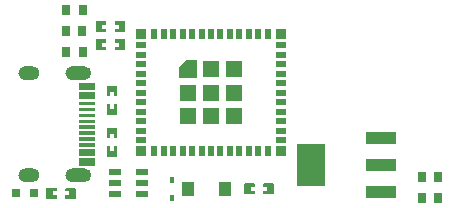
<source format=gtp>
G04 Layer: TopPasteMaskLayer*
G04 EasyEDA Pro v2.2.32.3, 2024-10-30 17:40:40*
G04 Gerber Generator version 0.3*
G04 Scale: 100 percent, Rotated: No, Reflected: No*
G04 Dimensions in millimeters*
G04 Leading zeros omitted, absolute positions, 3 integers and 5 decimals*
%FSLAX35Y35*%
%MOMM*%
%AMPolygonMacro1*4,1,5,-0.12499,0.72499,0.72499,0.72499,0.72499,-0.72499,-0.72499,-0.72499,-0.72499,0.12499,-0.12499,0.72499,0*%
%ADD10R,0.8X0.9*%
%ADD11R,1.07201X0.532*%
%ADD12R,1.0X1.2*%
%ADD13R,0.4X0.6*%
%ADD14R,0.4X0.6*%
%ADD15R,0.8X0.8*%
%ADD16R,0.55001X0.85001*%
%ADD17R,0.85001X0.55001*%
%ADD18R,1.45001X1.45001*%
%ADD19R,0.9X0.9*%
%ADD20R,0.85001X0.55001*%
%ADD21PolygonMacro1*%
%ADD22R,2.49999X1.1*%
%ADD23R,2.34X3.59999*%
G75*


G04 PolygonModel Start*
G36*
G01X-793201Y439298D02*
G01X-793201Y519298D01*
G01X-798203Y524299D01*
G01X-820999Y524299D01*
G01X-820999Y487299D01*
G01X-853999Y487299D01*
G01X-853999Y524299D01*
G01X-878202Y524299D01*
G01X-883201Y519298D01*
G01X-883201Y439298D01*
G01X-878202Y434299D01*
G01X-798203Y434299D01*
G01X-793201Y439298D01*
G37*
G36*
G01X-883199Y678302D02*
G01X-883199Y598302D01*
G01X-878197Y593301D01*
G01X-855401Y593301D01*
G01X-855401Y630301D01*
G01X-822401Y630301D01*
G01X-822401Y593301D01*
G01X-798198Y593301D01*
G01X-793199Y598302D01*
G01X-793199Y678302D01*
G01X-798198Y683301D01*
G01X-878197Y683301D01*
G01X-883199Y678302D01*
G37*
G36*
G01X-883199Y1033902D02*
G01X-883199Y953902D01*
G01X-878197Y948901D01*
G01X-855401Y948901D01*
G01X-855401Y985901D01*
G01X-822401Y985901D01*
G01X-822401Y948901D01*
G01X-798198Y948901D01*
G01X-793199Y953902D01*
G01X-793199Y1033902D01*
G01X-798198Y1038901D01*
G01X-878197Y1038901D01*
G01X-883199Y1033902D01*
G37*
G36*
G01X-793201Y794898D02*
G01X-793201Y874898D01*
G01X-798203Y879899D01*
G01X-820999Y879899D01*
G01X-820999Y842899D01*
G01X-853999Y842899D01*
G01X-853999Y879899D01*
G01X-878202Y879899D01*
G01X-883201Y874898D01*
G01X-883201Y794898D01*
G01X-878202Y789899D01*
G01X-798203Y789899D01*
G01X-793201Y794898D01*
G37*
G36*
G01X525902Y210099D02*
G01X445902Y210099D01*
G01X440901Y205097D01*
G01X440901Y182301D01*
G01X477901Y182301D01*
G01X477901Y149301D01*
G01X440901Y149301D01*
G01X440901Y125098D01*
G01X445902Y120099D01*
G01X525902Y120099D01*
G01X530901Y125098D01*
G01X530901Y205097D01*
G01X525902Y210099D01*
G37*
G36*
G01X286898Y120101D02*
G01X366898Y120101D01*
G01X371899Y125103D01*
G01X371899Y147899D01*
G01X334899Y147899D01*
G01X334899Y180899D01*
G01X371899Y180899D01*
G01X371899Y205102D01*
G01X366898Y210101D01*
G01X286898Y210101D01*
G01X281899Y205102D01*
G01X281899Y125103D01*
G01X286898Y120101D01*
G37*
G36*
G01X-1150498Y171999D02*
G01X-1230498Y171999D01*
G01X-1235499Y166997D01*
G01X-1235499Y144201D01*
G01X-1198499Y144201D01*
G01X-1198499Y111201D01*
G01X-1235499Y111201D01*
G01X-1235499Y86998D01*
G01X-1230498Y81999D01*
G01X-1150498Y81999D01*
G01X-1145499Y86998D01*
G01X-1145499Y166997D01*
G01X-1150498Y171999D01*
G37*
G36*
G01X-1389502Y82001D02*
G01X-1309502Y82001D01*
G01X-1304501Y87003D01*
G01X-1304501Y109799D01*
G01X-1341501Y109799D01*
G01X-1341501Y142799D01*
G01X-1304501Y142799D01*
G01X-1304501Y167002D01*
G01X-1309502Y172001D01*
G01X-1389502Y172001D01*
G01X-1394501Y167002D01*
G01X-1394501Y87003D01*
G01X-1389502Y82001D01*
G37*
G36*
G01X-731398Y1581699D02*
G01X-811398Y1581699D01*
G01X-816399Y1576697D01*
G01X-816399Y1553901D01*
G01X-779399Y1553901D01*
G01X-779399Y1520901D01*
G01X-816399Y1520901D01*
G01X-816399Y1496698D01*
G01X-811398Y1491699D01*
G01X-731398Y1491699D01*
G01X-726399Y1496698D01*
G01X-726399Y1576697D01*
G01X-731398Y1581699D01*
G37*
G36*
G01X-970402Y1491701D02*
G01X-890402Y1491701D01*
G01X-885401Y1496703D01*
G01X-885401Y1519499D01*
G01X-922401Y1519499D01*
G01X-922401Y1552499D01*
G01X-885401Y1552499D01*
G01X-885401Y1576702D01*
G01X-890402Y1581701D01*
G01X-970402Y1581701D01*
G01X-975401Y1576702D01*
G01X-975401Y1496703D01*
G01X-970402Y1491701D01*
G37*
G36*
G01X-970402Y1339301D02*
G01X-890402Y1339301D01*
G01X-885401Y1344303D01*
G01X-885401Y1367099D01*
G01X-922401Y1367099D01*
G01X-922401Y1400099D01*
G01X-885401Y1400099D01*
G01X-885401Y1424302D01*
G01X-890402Y1429301D01*
G01X-970402Y1429301D01*
G01X-975401Y1424302D01*
G01X-975401Y1344303D01*
G01X-970402Y1339301D01*
G37*
G36*
G01X-731398Y1429299D02*
G01X-811398Y1429299D01*
G01X-816399Y1424297D01*
G01X-816399Y1401501D01*
G01X-779399Y1401501D01*
G01X-779399Y1368501D01*
G01X-816399Y1368501D01*
G01X-816399Y1344298D01*
G01X-811398Y1339299D01*
G01X-731398Y1339299D01*
G01X-726399Y1344298D01*
G01X-726399Y1424297D01*
G01X-731398Y1429299D01*
G37*
G36*
G01X-1511544Y339181D02*
G02X-1511544Y219177I0J-60002D01*
G01X-1571536Y219177D01*
G02X-1571536Y339181I0J60002D01*
G01X-1511544Y339181D01*
G37*
G36*
G01X-1511544Y1203185D02*
G02X-1511544Y1083188I-390J-59999D01*
G01X-1571536Y1083188D01*
G02X-1571536Y1203185I390J59999D01*
G01X-1511544Y1203185D01*
G37*
G36*
G01X-1073531Y339181D02*
G02X-1073531Y219177I0J-60002D01*
G01X-1173531Y219177D01*
G02X-1173531Y339181I0J60002D01*
G01X-1073531Y339181D01*
G37*
G36*
G01X-1073531Y1203185D02*
G02X-1073531Y1083188I-390J-59999D01*
G01X-1173531Y1083188D01*
G02X-1173531Y1203185I390J59999D01*
G01X-1073531Y1203185D01*
G37*
G36*
G01X-984275Y551190D02*
G01X-984275Y521188D01*
G01X-1114283Y521188D01*
G01X-1114283Y551190D01*
G01X-984275Y551190D01*
G37*
G36*
G01X-984275Y601198D02*
G01X-984275Y571195D01*
G01X-1114283Y571195D01*
G01X-1114283Y601198D01*
G01X-984275Y601198D01*
G37*
G36*
G01X-984275Y651193D02*
G01X-984275Y621190D01*
G01X-1114283Y621190D01*
G01X-1114283Y651193D01*
G01X-984275Y651193D01*
G37*
G36*
G01X-984275Y701205D02*
G01X-984275Y671203D01*
G01X-1114283Y671203D01*
G01X-1114283Y701205D01*
G01X-984275Y701205D01*
G37*
G36*
G01X-984275Y751187D02*
G01X-984275Y721190D01*
G01X-1114283Y721190D01*
G01X-1114283Y751187D01*
G01X-984275Y751187D01*
G37*
G36*
G01X-984275Y801200D02*
G01X-984275Y771197D01*
G01X-1114283Y771197D01*
G01X-1114283Y801200D01*
G01X-984275Y801200D01*
G37*
G36*
G01X-984275Y851190D02*
G01X-984275Y821192D01*
G01X-1114283Y821192D01*
G01X-1114283Y851190D01*
G01X-984275Y851190D01*
G37*
G36*
G01X-984275Y901200D02*
G01X-984275Y871205D01*
G01X-1114283Y871205D01*
G01X-1114283Y901200D01*
G01X-984275Y901200D01*
G37*
G36*
G01X-984275Y501190D02*
G01X-984275Y441190D01*
G01X-1114283Y441190D01*
G01X-1114283Y501190D01*
G01X-984275Y501190D01*
G37*
G36*
G01X-984275Y421211D02*
G01X-984275Y361206D01*
G01X-1114283Y361206D01*
G01X-1114283Y421211D01*
G01X-984275Y421211D01*
G37*
G36*
G01X-984275Y981205D02*
G01X-984275Y921205D01*
G01X-1114283Y921205D01*
G01X-1114283Y981205D01*
G01X-984275Y981205D01*
G37*
G36*
G01X-984275Y1061179D02*
G01X-984275Y1001184D01*
G01X-1114283Y1001184D01*
G01X-1114283Y1061179D01*
G01X-984275Y1061179D01*
G37*

G04 Pad Start*
G54D10*
G01X-1089182Y1501959D03*
G01X-1229187Y1501959D03*
G01X-1085698Y1676400D03*
G01X-1225702Y1676400D03*
G01X-1085698Y1320800D03*
G01X-1225702Y1320800D03*
G01X1924202Y88900D03*
G01X1784198Y88900D03*
G01X1924202Y266700D03*
G01X1784198Y266700D03*
G54D11*
G01X-583590Y120904D03*
G01X-583590Y215900D03*
G01X-583590Y310896D03*
G01X-813410Y310896D03*
G01X-813410Y215900D03*
G01X-813410Y120904D03*
G54D12*
G01X-193091Y165100D03*
G01X116891Y165100D03*
G54D13*
G01X-330200Y90107D03*
G54D14*
G01X-330200Y240094D03*
G54D15*
G01X-1654746Y126662D03*
G01X-1494853Y127348D03*
G54D16*
G01X-319976Y1472900D03*
G01X-239966Y1472900D03*
G01X-159982Y1472900D03*
G01X-79972Y1472900D03*
G01X38Y1472900D03*
G01X80023Y1472900D03*
G01X160033Y1472900D03*
G01X240017Y1472900D03*
G01X320027Y1472900D03*
G01X400012Y1472900D03*
G01X480022Y1472900D03*
G54D17*
G01X595008Y977905D03*
G01X595008Y897895D03*
G01X595008Y817910D03*
G01X595008Y737900D03*
G01X595008Y657890D03*
G01X595008Y577906D03*
G54D16*
G01X-479996Y482910D03*
G01X-399986Y482910D03*
G01X-320002Y482910D03*
G01X-239992Y482910D03*
G54D18*
G01X13Y977905D03*
G54D19*
G01X-594982Y1472900D03*
G01X-594982Y482910D03*
G01X595008Y482910D03*
G01X595008Y1472900D03*
G54D20*
G01X-594982Y1377904D03*
G01X-594982Y1297894D03*
G01X-594982Y1217910D03*
G01X-594982Y1137900D03*
G01X-594982Y1057915D03*
G01X-594982Y977905D03*
G01X-594982Y897920D03*
G01X-594982Y817910D03*
G01X-594982Y737900D03*
G01X-594982Y657916D03*
G01X-594982Y577906D03*
G54D16*
G01X-159982Y482910D03*
G01X-79972Y482910D03*
G01X13Y482910D03*
G01X80023Y482910D03*
G01X160007Y482910D03*
G01X240017Y482910D03*
G01X320002Y482910D03*
G01X400012Y482910D03*
G01X480022Y482910D03*
G54D20*
G01X595008Y1057890D03*
G01X595008Y1137900D03*
G01X595008Y1217884D03*
G01X595008Y1297920D03*
G01X595008Y1377904D03*
G54D16*
G01X-399986Y1472900D03*
G01X-479996Y1472900D03*
G54D18*
G01X197498Y977905D03*
G01X197498Y1175390D03*
G01X13Y1175390D03*
G01X-197498Y977905D03*
G01X-197498Y780395D03*
G01X13Y780395D03*
G01X197498Y780395D03*
G54D21*
G01X-197500Y1175400D03*
G54D22*
G01X1439995Y138303D03*
G01X1439995Y368300D03*
G01X1439995Y598297D03*
G54D23*
G01X846003Y368300D03*
G04 Pad End*

M02*


</source>
